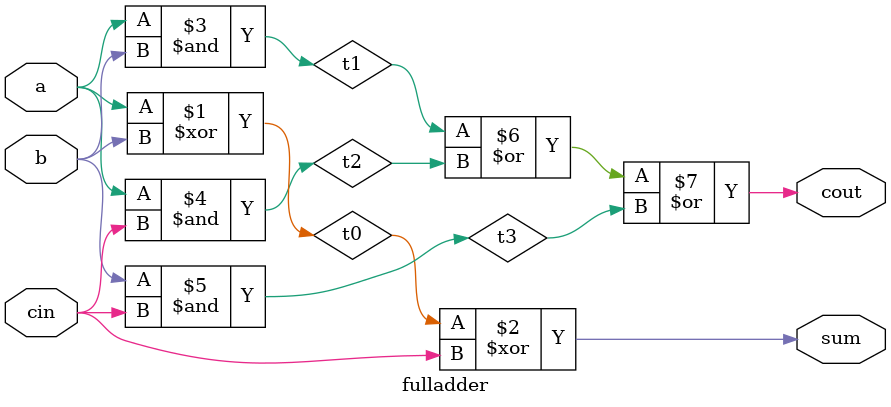
<source format=v>
module fulladder (
    input wire a, b, cin,
    output wire sum, cout
);

    wire t0, t1, t2;

    xor x0 (t0, a, b);
    xor x1 (sum, t0, cin);

    and a0 (t1, a, b);
    and a1 (t2, a, cin);
    and a2 (t3, b, cin);
    or o0 (cout, t1, t2, t3);

endmodule

</source>
